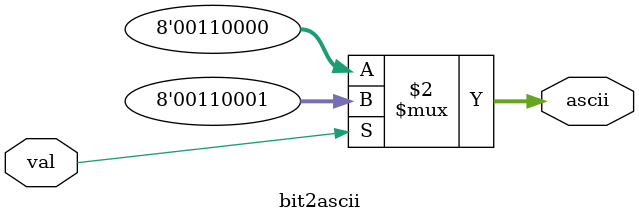
<source format=v>
module bit2ascii(
		input val,
		output reg [7:0] ascii);
	
	always @ (val) begin
		ascii = (val) ? 8'h31 : 8'h30;
	end
endmodule
</source>
